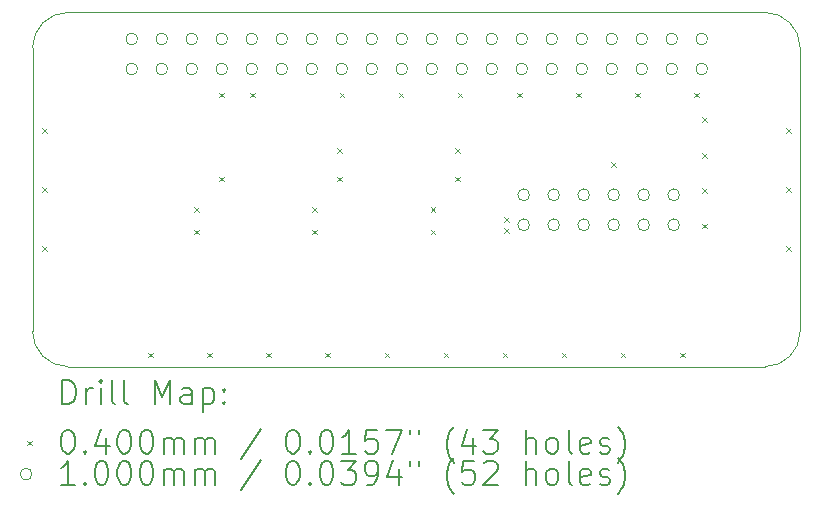
<source format=gbr>
%FSLAX45Y45*%
G04 Gerber Fmt 4.5, Leading zero omitted, Abs format (unit mm)*
G04 Created by KiCad (PCBNEW (6.0.4)) date 2022-03-24 17:42:50*
%MOMM*%
%LPD*%
G01*
G04 APERTURE LIST*
%TA.AperFunction,Profile*%
%ADD10C,0.100000*%
%TD*%
%ADD11C,0.200000*%
%ADD12C,0.040000*%
%ADD13C,0.100000*%
G04 APERTURE END LIST*
D10*
X8300000Y-8000000D02*
X9075000Y-8000000D01*
X14500000Y-5300000D02*
X14500000Y-7700000D01*
X13450000Y-8000000D02*
X14200000Y-8000000D01*
X9475000Y-8000000D02*
X11050000Y-8000000D01*
X8000000Y-7700000D02*
G75*
G03*
X8300000Y-8000000I300000J0D01*
G01*
X8000000Y-5300000D02*
X8000000Y-7700000D01*
X11450000Y-8000000D02*
X13050000Y-8000000D01*
X14500000Y-5300000D02*
G75*
G03*
X14200000Y-5000000I-300000J0D01*
G01*
X8300000Y-5000000D02*
G75*
G03*
X8000000Y-5300000I0J-300000D01*
G01*
X14200000Y-8000000D02*
G75*
G03*
X14500000Y-7700000I0J300000D01*
G01*
X8300000Y-5000000D02*
X14200000Y-5000000D01*
X11050000Y-8000000D02*
X11450000Y-8000000D01*
X13050000Y-8000000D02*
X13450000Y-8000000D01*
X9075000Y-8000000D02*
X9475000Y-8000000D01*
D11*
D12*
X8080000Y-5980000D02*
X8120000Y-6020000D01*
X8120000Y-5980000D02*
X8080000Y-6020000D01*
X8080000Y-6480000D02*
X8120000Y-6520000D01*
X8120000Y-6480000D02*
X8080000Y-6520000D01*
X8080000Y-6980000D02*
X8120000Y-7020000D01*
X8120000Y-6980000D02*
X8080000Y-7020000D01*
X8980000Y-7880000D02*
X9020000Y-7920000D01*
X9020000Y-7880000D02*
X8980000Y-7920000D01*
X9370000Y-6650000D02*
X9410000Y-6690000D01*
X9410000Y-6650000D02*
X9370000Y-6690000D01*
X9370000Y-6840000D02*
X9410000Y-6880000D01*
X9410000Y-6840000D02*
X9370000Y-6880000D01*
X9480000Y-7880000D02*
X9520000Y-7920000D01*
X9520000Y-7880000D02*
X9480000Y-7920000D01*
X9580000Y-5680000D02*
X9620000Y-5720000D01*
X9620000Y-5680000D02*
X9580000Y-5720000D01*
X9580000Y-6390000D02*
X9620000Y-6430000D01*
X9620000Y-6390000D02*
X9580000Y-6430000D01*
X9840000Y-5680000D02*
X9880000Y-5720000D01*
X9880000Y-5680000D02*
X9840000Y-5720000D01*
X9980000Y-7880000D02*
X10020000Y-7920000D01*
X10020000Y-7880000D02*
X9980000Y-7920000D01*
X10370000Y-6650000D02*
X10410000Y-6690000D01*
X10410000Y-6650000D02*
X10370000Y-6690000D01*
X10370000Y-6840000D02*
X10410000Y-6880000D01*
X10410000Y-6840000D02*
X10370000Y-6880000D01*
X10480000Y-7880000D02*
X10520000Y-7920000D01*
X10520000Y-7880000D02*
X10480000Y-7920000D01*
X10580000Y-6150000D02*
X10620000Y-6190000D01*
X10620000Y-6150000D02*
X10580000Y-6190000D01*
X10580000Y-6390000D02*
X10620000Y-6430000D01*
X10620000Y-6390000D02*
X10580000Y-6430000D01*
X10600000Y-5680000D02*
X10640000Y-5720000D01*
X10640000Y-5680000D02*
X10600000Y-5720000D01*
X10980000Y-7880000D02*
X11020000Y-7920000D01*
X11020000Y-7880000D02*
X10980000Y-7920000D01*
X11100000Y-5680000D02*
X11140000Y-5720000D01*
X11140000Y-5680000D02*
X11100000Y-5720000D01*
X11370000Y-6650000D02*
X11410000Y-6690000D01*
X11410000Y-6650000D02*
X11370000Y-6690000D01*
X11370000Y-6840000D02*
X11410000Y-6880000D01*
X11410000Y-6840000D02*
X11370000Y-6880000D01*
X11480000Y-7880000D02*
X11520000Y-7920000D01*
X11520000Y-7880000D02*
X11480000Y-7920000D01*
X11580000Y-6150000D02*
X11620000Y-6190000D01*
X11620000Y-6150000D02*
X11580000Y-6190000D01*
X11580000Y-6390000D02*
X11620000Y-6430000D01*
X11620000Y-6390000D02*
X11580000Y-6430000D01*
X11600000Y-5680000D02*
X11640000Y-5720000D01*
X11640000Y-5680000D02*
X11600000Y-5720000D01*
X11980000Y-7880000D02*
X12020000Y-7920000D01*
X12020000Y-7880000D02*
X11980000Y-7920000D01*
X11990000Y-6735000D02*
X12030000Y-6775000D01*
X12030000Y-6735000D02*
X11990000Y-6775000D01*
X11990000Y-6825000D02*
X12030000Y-6865000D01*
X12030000Y-6825000D02*
X11990000Y-6865000D01*
X12100000Y-5680000D02*
X12140000Y-5720000D01*
X12140000Y-5680000D02*
X12100000Y-5720000D01*
X12480000Y-7880000D02*
X12520000Y-7920000D01*
X12520000Y-7880000D02*
X12480000Y-7920000D01*
X12600000Y-5680000D02*
X12640000Y-5720000D01*
X12640000Y-5680000D02*
X12600000Y-5720000D01*
X12900000Y-6270000D02*
X12940000Y-6310000D01*
X12940000Y-6270000D02*
X12900000Y-6310000D01*
X12980000Y-7880000D02*
X13020000Y-7920000D01*
X13020000Y-7880000D02*
X12980000Y-7920000D01*
X13100000Y-5680000D02*
X13140000Y-5720000D01*
X13140000Y-5680000D02*
X13100000Y-5720000D01*
X13480000Y-7880000D02*
X13520000Y-7920000D01*
X13520000Y-7880000D02*
X13480000Y-7920000D01*
X13600000Y-5680000D02*
X13640000Y-5720000D01*
X13640000Y-5680000D02*
X13600000Y-5720000D01*
X13670000Y-5890000D02*
X13710000Y-5930000D01*
X13710000Y-5890000D02*
X13670000Y-5930000D01*
X13670000Y-6190000D02*
X13710000Y-6230000D01*
X13710000Y-6190000D02*
X13670000Y-6230000D01*
X13670000Y-6490000D02*
X13710000Y-6530000D01*
X13710000Y-6490000D02*
X13670000Y-6530000D01*
X13670000Y-6790000D02*
X13710000Y-6830000D01*
X13710000Y-6790000D02*
X13670000Y-6830000D01*
X14380000Y-5980000D02*
X14420000Y-6020000D01*
X14420000Y-5980000D02*
X14380000Y-6020000D01*
X14380000Y-6480000D02*
X14420000Y-6520000D01*
X14420000Y-6480000D02*
X14380000Y-6520000D01*
X14380000Y-6980000D02*
X14420000Y-7020000D01*
X14420000Y-6980000D02*
X14380000Y-7020000D01*
D13*
X8890000Y-5225000D02*
G75*
G03*
X8890000Y-5225000I-50000J0D01*
G01*
X8890000Y-5479000D02*
G75*
G03*
X8890000Y-5479000I-50000J0D01*
G01*
X9144000Y-5225000D02*
G75*
G03*
X9144000Y-5225000I-50000J0D01*
G01*
X9144000Y-5479000D02*
G75*
G03*
X9144000Y-5479000I-50000J0D01*
G01*
X9398000Y-5225000D02*
G75*
G03*
X9398000Y-5225000I-50000J0D01*
G01*
X9398000Y-5479000D02*
G75*
G03*
X9398000Y-5479000I-50000J0D01*
G01*
X9652000Y-5225000D02*
G75*
G03*
X9652000Y-5225000I-50000J0D01*
G01*
X9652000Y-5479000D02*
G75*
G03*
X9652000Y-5479000I-50000J0D01*
G01*
X9906000Y-5225000D02*
G75*
G03*
X9906000Y-5225000I-50000J0D01*
G01*
X9906000Y-5479000D02*
G75*
G03*
X9906000Y-5479000I-50000J0D01*
G01*
X10160000Y-5225000D02*
G75*
G03*
X10160000Y-5225000I-50000J0D01*
G01*
X10160000Y-5479000D02*
G75*
G03*
X10160000Y-5479000I-50000J0D01*
G01*
X10414000Y-5225000D02*
G75*
G03*
X10414000Y-5225000I-50000J0D01*
G01*
X10414000Y-5479000D02*
G75*
G03*
X10414000Y-5479000I-50000J0D01*
G01*
X10668000Y-5225000D02*
G75*
G03*
X10668000Y-5225000I-50000J0D01*
G01*
X10668000Y-5479000D02*
G75*
G03*
X10668000Y-5479000I-50000J0D01*
G01*
X10922000Y-5225000D02*
G75*
G03*
X10922000Y-5225000I-50000J0D01*
G01*
X10922000Y-5479000D02*
G75*
G03*
X10922000Y-5479000I-50000J0D01*
G01*
X11176000Y-5225000D02*
G75*
G03*
X11176000Y-5225000I-50000J0D01*
G01*
X11176000Y-5479000D02*
G75*
G03*
X11176000Y-5479000I-50000J0D01*
G01*
X11430000Y-5225000D02*
G75*
G03*
X11430000Y-5225000I-50000J0D01*
G01*
X11430000Y-5479000D02*
G75*
G03*
X11430000Y-5479000I-50000J0D01*
G01*
X11684000Y-5225000D02*
G75*
G03*
X11684000Y-5225000I-50000J0D01*
G01*
X11684000Y-5479000D02*
G75*
G03*
X11684000Y-5479000I-50000J0D01*
G01*
X11938000Y-5225000D02*
G75*
G03*
X11938000Y-5225000I-50000J0D01*
G01*
X11938000Y-5479000D02*
G75*
G03*
X11938000Y-5479000I-50000J0D01*
G01*
X12192000Y-5225000D02*
G75*
G03*
X12192000Y-5225000I-50000J0D01*
G01*
X12192000Y-5479000D02*
G75*
G03*
X12192000Y-5479000I-50000J0D01*
G01*
X12208000Y-6545000D02*
G75*
G03*
X12208000Y-6545000I-50000J0D01*
G01*
X12208000Y-6799000D02*
G75*
G03*
X12208000Y-6799000I-50000J0D01*
G01*
X12446000Y-5225000D02*
G75*
G03*
X12446000Y-5225000I-50000J0D01*
G01*
X12446000Y-5479000D02*
G75*
G03*
X12446000Y-5479000I-50000J0D01*
G01*
X12462000Y-6545000D02*
G75*
G03*
X12462000Y-6545000I-50000J0D01*
G01*
X12462000Y-6799000D02*
G75*
G03*
X12462000Y-6799000I-50000J0D01*
G01*
X12700000Y-5225000D02*
G75*
G03*
X12700000Y-5225000I-50000J0D01*
G01*
X12700000Y-5479000D02*
G75*
G03*
X12700000Y-5479000I-50000J0D01*
G01*
X12716000Y-6545000D02*
G75*
G03*
X12716000Y-6545000I-50000J0D01*
G01*
X12716000Y-6799000D02*
G75*
G03*
X12716000Y-6799000I-50000J0D01*
G01*
X12954000Y-5225000D02*
G75*
G03*
X12954000Y-5225000I-50000J0D01*
G01*
X12954000Y-5479000D02*
G75*
G03*
X12954000Y-5479000I-50000J0D01*
G01*
X12970000Y-6545000D02*
G75*
G03*
X12970000Y-6545000I-50000J0D01*
G01*
X12970000Y-6799000D02*
G75*
G03*
X12970000Y-6799000I-50000J0D01*
G01*
X13208000Y-5225000D02*
G75*
G03*
X13208000Y-5225000I-50000J0D01*
G01*
X13208000Y-5479000D02*
G75*
G03*
X13208000Y-5479000I-50000J0D01*
G01*
X13224000Y-6545000D02*
G75*
G03*
X13224000Y-6545000I-50000J0D01*
G01*
X13224000Y-6799000D02*
G75*
G03*
X13224000Y-6799000I-50000J0D01*
G01*
X13462000Y-5225000D02*
G75*
G03*
X13462000Y-5225000I-50000J0D01*
G01*
X13462000Y-5479000D02*
G75*
G03*
X13462000Y-5479000I-50000J0D01*
G01*
X13478000Y-6545000D02*
G75*
G03*
X13478000Y-6545000I-50000J0D01*
G01*
X13478000Y-6799000D02*
G75*
G03*
X13478000Y-6799000I-50000J0D01*
G01*
X13716000Y-5225000D02*
G75*
G03*
X13716000Y-5225000I-50000J0D01*
G01*
X13716000Y-5479000D02*
G75*
G03*
X13716000Y-5479000I-50000J0D01*
G01*
D11*
X8252619Y-8315476D02*
X8252619Y-8115476D01*
X8300238Y-8115476D01*
X8328809Y-8125000D01*
X8347857Y-8144048D01*
X8357381Y-8163095D01*
X8366905Y-8201190D01*
X8366905Y-8229762D01*
X8357381Y-8267857D01*
X8347857Y-8286905D01*
X8328809Y-8305952D01*
X8300238Y-8315476D01*
X8252619Y-8315476D01*
X8452619Y-8315476D02*
X8452619Y-8182143D01*
X8452619Y-8220238D02*
X8462143Y-8201190D01*
X8471667Y-8191667D01*
X8490714Y-8182143D01*
X8509762Y-8182143D01*
X8576429Y-8315476D02*
X8576429Y-8182143D01*
X8576429Y-8115476D02*
X8566905Y-8125000D01*
X8576429Y-8134524D01*
X8585952Y-8125000D01*
X8576429Y-8115476D01*
X8576429Y-8134524D01*
X8700238Y-8315476D02*
X8681190Y-8305952D01*
X8671667Y-8286905D01*
X8671667Y-8115476D01*
X8805000Y-8315476D02*
X8785952Y-8305952D01*
X8776429Y-8286905D01*
X8776429Y-8115476D01*
X9033571Y-8315476D02*
X9033571Y-8115476D01*
X9100238Y-8258333D01*
X9166905Y-8115476D01*
X9166905Y-8315476D01*
X9347857Y-8315476D02*
X9347857Y-8210714D01*
X9338333Y-8191667D01*
X9319286Y-8182143D01*
X9281190Y-8182143D01*
X9262143Y-8191667D01*
X9347857Y-8305952D02*
X9328810Y-8315476D01*
X9281190Y-8315476D01*
X9262143Y-8305952D01*
X9252619Y-8286905D01*
X9252619Y-8267857D01*
X9262143Y-8248809D01*
X9281190Y-8239286D01*
X9328810Y-8239286D01*
X9347857Y-8229762D01*
X9443095Y-8182143D02*
X9443095Y-8382143D01*
X9443095Y-8191667D02*
X9462143Y-8182143D01*
X9500238Y-8182143D01*
X9519286Y-8191667D01*
X9528810Y-8201190D01*
X9538333Y-8220238D01*
X9538333Y-8277381D01*
X9528810Y-8296428D01*
X9519286Y-8305952D01*
X9500238Y-8315476D01*
X9462143Y-8315476D01*
X9443095Y-8305952D01*
X9624048Y-8296428D02*
X9633571Y-8305952D01*
X9624048Y-8315476D01*
X9614524Y-8305952D01*
X9624048Y-8296428D01*
X9624048Y-8315476D01*
X9624048Y-8191667D02*
X9633571Y-8201190D01*
X9624048Y-8210714D01*
X9614524Y-8201190D01*
X9624048Y-8191667D01*
X9624048Y-8210714D01*
D12*
X7955000Y-8625000D02*
X7995000Y-8665000D01*
X7995000Y-8625000D02*
X7955000Y-8665000D01*
D11*
X8290714Y-8535476D02*
X8309762Y-8535476D01*
X8328809Y-8545000D01*
X8338333Y-8554524D01*
X8347857Y-8573571D01*
X8357381Y-8611667D01*
X8357381Y-8659286D01*
X8347857Y-8697381D01*
X8338333Y-8716429D01*
X8328809Y-8725952D01*
X8309762Y-8735476D01*
X8290714Y-8735476D01*
X8271667Y-8725952D01*
X8262143Y-8716429D01*
X8252619Y-8697381D01*
X8243095Y-8659286D01*
X8243095Y-8611667D01*
X8252619Y-8573571D01*
X8262143Y-8554524D01*
X8271667Y-8545000D01*
X8290714Y-8535476D01*
X8443095Y-8716429D02*
X8452619Y-8725952D01*
X8443095Y-8735476D01*
X8433571Y-8725952D01*
X8443095Y-8716429D01*
X8443095Y-8735476D01*
X8624048Y-8602143D02*
X8624048Y-8735476D01*
X8576429Y-8525952D02*
X8528810Y-8668810D01*
X8652619Y-8668810D01*
X8766905Y-8535476D02*
X8785952Y-8535476D01*
X8805000Y-8545000D01*
X8814524Y-8554524D01*
X8824048Y-8573571D01*
X8833571Y-8611667D01*
X8833571Y-8659286D01*
X8824048Y-8697381D01*
X8814524Y-8716429D01*
X8805000Y-8725952D01*
X8785952Y-8735476D01*
X8766905Y-8735476D01*
X8747857Y-8725952D01*
X8738333Y-8716429D01*
X8728810Y-8697381D01*
X8719286Y-8659286D01*
X8719286Y-8611667D01*
X8728810Y-8573571D01*
X8738333Y-8554524D01*
X8747857Y-8545000D01*
X8766905Y-8535476D01*
X8957381Y-8535476D02*
X8976429Y-8535476D01*
X8995476Y-8545000D01*
X9005000Y-8554524D01*
X9014524Y-8573571D01*
X9024048Y-8611667D01*
X9024048Y-8659286D01*
X9014524Y-8697381D01*
X9005000Y-8716429D01*
X8995476Y-8725952D01*
X8976429Y-8735476D01*
X8957381Y-8735476D01*
X8938333Y-8725952D01*
X8928810Y-8716429D01*
X8919286Y-8697381D01*
X8909762Y-8659286D01*
X8909762Y-8611667D01*
X8919286Y-8573571D01*
X8928810Y-8554524D01*
X8938333Y-8545000D01*
X8957381Y-8535476D01*
X9109762Y-8735476D02*
X9109762Y-8602143D01*
X9109762Y-8621190D02*
X9119286Y-8611667D01*
X9138333Y-8602143D01*
X9166905Y-8602143D01*
X9185952Y-8611667D01*
X9195476Y-8630714D01*
X9195476Y-8735476D01*
X9195476Y-8630714D02*
X9205000Y-8611667D01*
X9224048Y-8602143D01*
X9252619Y-8602143D01*
X9271667Y-8611667D01*
X9281190Y-8630714D01*
X9281190Y-8735476D01*
X9376429Y-8735476D02*
X9376429Y-8602143D01*
X9376429Y-8621190D02*
X9385952Y-8611667D01*
X9405000Y-8602143D01*
X9433571Y-8602143D01*
X9452619Y-8611667D01*
X9462143Y-8630714D01*
X9462143Y-8735476D01*
X9462143Y-8630714D02*
X9471667Y-8611667D01*
X9490714Y-8602143D01*
X9519286Y-8602143D01*
X9538333Y-8611667D01*
X9547857Y-8630714D01*
X9547857Y-8735476D01*
X9938333Y-8525952D02*
X9766905Y-8783095D01*
X10195476Y-8535476D02*
X10214524Y-8535476D01*
X10233571Y-8545000D01*
X10243095Y-8554524D01*
X10252619Y-8573571D01*
X10262143Y-8611667D01*
X10262143Y-8659286D01*
X10252619Y-8697381D01*
X10243095Y-8716429D01*
X10233571Y-8725952D01*
X10214524Y-8735476D01*
X10195476Y-8735476D01*
X10176429Y-8725952D01*
X10166905Y-8716429D01*
X10157381Y-8697381D01*
X10147857Y-8659286D01*
X10147857Y-8611667D01*
X10157381Y-8573571D01*
X10166905Y-8554524D01*
X10176429Y-8545000D01*
X10195476Y-8535476D01*
X10347857Y-8716429D02*
X10357381Y-8725952D01*
X10347857Y-8735476D01*
X10338333Y-8725952D01*
X10347857Y-8716429D01*
X10347857Y-8735476D01*
X10481190Y-8535476D02*
X10500238Y-8535476D01*
X10519286Y-8545000D01*
X10528810Y-8554524D01*
X10538333Y-8573571D01*
X10547857Y-8611667D01*
X10547857Y-8659286D01*
X10538333Y-8697381D01*
X10528810Y-8716429D01*
X10519286Y-8725952D01*
X10500238Y-8735476D01*
X10481190Y-8735476D01*
X10462143Y-8725952D01*
X10452619Y-8716429D01*
X10443095Y-8697381D01*
X10433571Y-8659286D01*
X10433571Y-8611667D01*
X10443095Y-8573571D01*
X10452619Y-8554524D01*
X10462143Y-8545000D01*
X10481190Y-8535476D01*
X10738333Y-8735476D02*
X10624048Y-8735476D01*
X10681190Y-8735476D02*
X10681190Y-8535476D01*
X10662143Y-8564048D01*
X10643095Y-8583095D01*
X10624048Y-8592619D01*
X10919286Y-8535476D02*
X10824048Y-8535476D01*
X10814524Y-8630714D01*
X10824048Y-8621190D01*
X10843095Y-8611667D01*
X10890714Y-8611667D01*
X10909762Y-8621190D01*
X10919286Y-8630714D01*
X10928810Y-8649762D01*
X10928810Y-8697381D01*
X10919286Y-8716429D01*
X10909762Y-8725952D01*
X10890714Y-8735476D01*
X10843095Y-8735476D01*
X10824048Y-8725952D01*
X10814524Y-8716429D01*
X10995476Y-8535476D02*
X11128810Y-8535476D01*
X11043095Y-8735476D01*
X11195476Y-8535476D02*
X11195476Y-8573571D01*
X11271667Y-8535476D02*
X11271667Y-8573571D01*
X11566905Y-8811667D02*
X11557381Y-8802143D01*
X11538333Y-8773571D01*
X11528809Y-8754524D01*
X11519286Y-8725952D01*
X11509762Y-8678333D01*
X11509762Y-8640238D01*
X11519286Y-8592619D01*
X11528809Y-8564048D01*
X11538333Y-8545000D01*
X11557381Y-8516429D01*
X11566905Y-8506905D01*
X11728809Y-8602143D02*
X11728809Y-8735476D01*
X11681190Y-8525952D02*
X11633571Y-8668810D01*
X11757381Y-8668810D01*
X11814524Y-8535476D02*
X11938333Y-8535476D01*
X11871667Y-8611667D01*
X11900238Y-8611667D01*
X11919286Y-8621190D01*
X11928809Y-8630714D01*
X11938333Y-8649762D01*
X11938333Y-8697381D01*
X11928809Y-8716429D01*
X11919286Y-8725952D01*
X11900238Y-8735476D01*
X11843095Y-8735476D01*
X11824048Y-8725952D01*
X11814524Y-8716429D01*
X12176428Y-8735476D02*
X12176428Y-8535476D01*
X12262143Y-8735476D02*
X12262143Y-8630714D01*
X12252619Y-8611667D01*
X12233571Y-8602143D01*
X12205000Y-8602143D01*
X12185952Y-8611667D01*
X12176428Y-8621190D01*
X12385952Y-8735476D02*
X12366905Y-8725952D01*
X12357381Y-8716429D01*
X12347857Y-8697381D01*
X12347857Y-8640238D01*
X12357381Y-8621190D01*
X12366905Y-8611667D01*
X12385952Y-8602143D01*
X12414524Y-8602143D01*
X12433571Y-8611667D01*
X12443095Y-8621190D01*
X12452619Y-8640238D01*
X12452619Y-8697381D01*
X12443095Y-8716429D01*
X12433571Y-8725952D01*
X12414524Y-8735476D01*
X12385952Y-8735476D01*
X12566905Y-8735476D02*
X12547857Y-8725952D01*
X12538333Y-8706905D01*
X12538333Y-8535476D01*
X12719286Y-8725952D02*
X12700238Y-8735476D01*
X12662143Y-8735476D01*
X12643095Y-8725952D01*
X12633571Y-8706905D01*
X12633571Y-8630714D01*
X12643095Y-8611667D01*
X12662143Y-8602143D01*
X12700238Y-8602143D01*
X12719286Y-8611667D01*
X12728809Y-8630714D01*
X12728809Y-8649762D01*
X12633571Y-8668810D01*
X12805000Y-8725952D02*
X12824048Y-8735476D01*
X12862143Y-8735476D01*
X12881190Y-8725952D01*
X12890714Y-8706905D01*
X12890714Y-8697381D01*
X12881190Y-8678333D01*
X12862143Y-8668810D01*
X12833571Y-8668810D01*
X12814524Y-8659286D01*
X12805000Y-8640238D01*
X12805000Y-8630714D01*
X12814524Y-8611667D01*
X12833571Y-8602143D01*
X12862143Y-8602143D01*
X12881190Y-8611667D01*
X12957381Y-8811667D02*
X12966905Y-8802143D01*
X12985952Y-8773571D01*
X12995476Y-8754524D01*
X13005000Y-8725952D01*
X13014524Y-8678333D01*
X13014524Y-8640238D01*
X13005000Y-8592619D01*
X12995476Y-8564048D01*
X12985952Y-8545000D01*
X12966905Y-8516429D01*
X12957381Y-8506905D01*
D13*
X7995000Y-8909000D02*
G75*
G03*
X7995000Y-8909000I-50000J0D01*
G01*
D11*
X8357381Y-8999476D02*
X8243095Y-8999476D01*
X8300238Y-8999476D02*
X8300238Y-8799476D01*
X8281190Y-8828048D01*
X8262143Y-8847095D01*
X8243095Y-8856619D01*
X8443095Y-8980429D02*
X8452619Y-8989952D01*
X8443095Y-8999476D01*
X8433571Y-8989952D01*
X8443095Y-8980429D01*
X8443095Y-8999476D01*
X8576429Y-8799476D02*
X8595476Y-8799476D01*
X8614524Y-8809000D01*
X8624048Y-8818524D01*
X8633571Y-8837571D01*
X8643095Y-8875667D01*
X8643095Y-8923286D01*
X8633571Y-8961381D01*
X8624048Y-8980429D01*
X8614524Y-8989952D01*
X8595476Y-8999476D01*
X8576429Y-8999476D01*
X8557381Y-8989952D01*
X8547857Y-8980429D01*
X8538333Y-8961381D01*
X8528810Y-8923286D01*
X8528810Y-8875667D01*
X8538333Y-8837571D01*
X8547857Y-8818524D01*
X8557381Y-8809000D01*
X8576429Y-8799476D01*
X8766905Y-8799476D02*
X8785952Y-8799476D01*
X8805000Y-8809000D01*
X8814524Y-8818524D01*
X8824048Y-8837571D01*
X8833571Y-8875667D01*
X8833571Y-8923286D01*
X8824048Y-8961381D01*
X8814524Y-8980429D01*
X8805000Y-8989952D01*
X8785952Y-8999476D01*
X8766905Y-8999476D01*
X8747857Y-8989952D01*
X8738333Y-8980429D01*
X8728810Y-8961381D01*
X8719286Y-8923286D01*
X8719286Y-8875667D01*
X8728810Y-8837571D01*
X8738333Y-8818524D01*
X8747857Y-8809000D01*
X8766905Y-8799476D01*
X8957381Y-8799476D02*
X8976429Y-8799476D01*
X8995476Y-8809000D01*
X9005000Y-8818524D01*
X9014524Y-8837571D01*
X9024048Y-8875667D01*
X9024048Y-8923286D01*
X9014524Y-8961381D01*
X9005000Y-8980429D01*
X8995476Y-8989952D01*
X8976429Y-8999476D01*
X8957381Y-8999476D01*
X8938333Y-8989952D01*
X8928810Y-8980429D01*
X8919286Y-8961381D01*
X8909762Y-8923286D01*
X8909762Y-8875667D01*
X8919286Y-8837571D01*
X8928810Y-8818524D01*
X8938333Y-8809000D01*
X8957381Y-8799476D01*
X9109762Y-8999476D02*
X9109762Y-8866143D01*
X9109762Y-8885190D02*
X9119286Y-8875667D01*
X9138333Y-8866143D01*
X9166905Y-8866143D01*
X9185952Y-8875667D01*
X9195476Y-8894714D01*
X9195476Y-8999476D01*
X9195476Y-8894714D02*
X9205000Y-8875667D01*
X9224048Y-8866143D01*
X9252619Y-8866143D01*
X9271667Y-8875667D01*
X9281190Y-8894714D01*
X9281190Y-8999476D01*
X9376429Y-8999476D02*
X9376429Y-8866143D01*
X9376429Y-8885190D02*
X9385952Y-8875667D01*
X9405000Y-8866143D01*
X9433571Y-8866143D01*
X9452619Y-8875667D01*
X9462143Y-8894714D01*
X9462143Y-8999476D01*
X9462143Y-8894714D02*
X9471667Y-8875667D01*
X9490714Y-8866143D01*
X9519286Y-8866143D01*
X9538333Y-8875667D01*
X9547857Y-8894714D01*
X9547857Y-8999476D01*
X9938333Y-8789952D02*
X9766905Y-9047095D01*
X10195476Y-8799476D02*
X10214524Y-8799476D01*
X10233571Y-8809000D01*
X10243095Y-8818524D01*
X10252619Y-8837571D01*
X10262143Y-8875667D01*
X10262143Y-8923286D01*
X10252619Y-8961381D01*
X10243095Y-8980429D01*
X10233571Y-8989952D01*
X10214524Y-8999476D01*
X10195476Y-8999476D01*
X10176429Y-8989952D01*
X10166905Y-8980429D01*
X10157381Y-8961381D01*
X10147857Y-8923286D01*
X10147857Y-8875667D01*
X10157381Y-8837571D01*
X10166905Y-8818524D01*
X10176429Y-8809000D01*
X10195476Y-8799476D01*
X10347857Y-8980429D02*
X10357381Y-8989952D01*
X10347857Y-8999476D01*
X10338333Y-8989952D01*
X10347857Y-8980429D01*
X10347857Y-8999476D01*
X10481190Y-8799476D02*
X10500238Y-8799476D01*
X10519286Y-8809000D01*
X10528810Y-8818524D01*
X10538333Y-8837571D01*
X10547857Y-8875667D01*
X10547857Y-8923286D01*
X10538333Y-8961381D01*
X10528810Y-8980429D01*
X10519286Y-8989952D01*
X10500238Y-8999476D01*
X10481190Y-8999476D01*
X10462143Y-8989952D01*
X10452619Y-8980429D01*
X10443095Y-8961381D01*
X10433571Y-8923286D01*
X10433571Y-8875667D01*
X10443095Y-8837571D01*
X10452619Y-8818524D01*
X10462143Y-8809000D01*
X10481190Y-8799476D01*
X10614524Y-8799476D02*
X10738333Y-8799476D01*
X10671667Y-8875667D01*
X10700238Y-8875667D01*
X10719286Y-8885190D01*
X10728810Y-8894714D01*
X10738333Y-8913762D01*
X10738333Y-8961381D01*
X10728810Y-8980429D01*
X10719286Y-8989952D01*
X10700238Y-8999476D01*
X10643095Y-8999476D01*
X10624048Y-8989952D01*
X10614524Y-8980429D01*
X10833571Y-8999476D02*
X10871667Y-8999476D01*
X10890714Y-8989952D01*
X10900238Y-8980429D01*
X10919286Y-8951857D01*
X10928810Y-8913762D01*
X10928810Y-8837571D01*
X10919286Y-8818524D01*
X10909762Y-8809000D01*
X10890714Y-8799476D01*
X10852619Y-8799476D01*
X10833571Y-8809000D01*
X10824048Y-8818524D01*
X10814524Y-8837571D01*
X10814524Y-8885190D01*
X10824048Y-8904238D01*
X10833571Y-8913762D01*
X10852619Y-8923286D01*
X10890714Y-8923286D01*
X10909762Y-8913762D01*
X10919286Y-8904238D01*
X10928810Y-8885190D01*
X11100238Y-8866143D02*
X11100238Y-8999476D01*
X11052619Y-8789952D02*
X11005000Y-8932810D01*
X11128810Y-8932810D01*
X11195476Y-8799476D02*
X11195476Y-8837571D01*
X11271667Y-8799476D02*
X11271667Y-8837571D01*
X11566905Y-9075667D02*
X11557381Y-9066143D01*
X11538333Y-9037571D01*
X11528809Y-9018524D01*
X11519286Y-8989952D01*
X11509762Y-8942333D01*
X11509762Y-8904238D01*
X11519286Y-8856619D01*
X11528809Y-8828048D01*
X11538333Y-8809000D01*
X11557381Y-8780429D01*
X11566905Y-8770905D01*
X11738333Y-8799476D02*
X11643095Y-8799476D01*
X11633571Y-8894714D01*
X11643095Y-8885190D01*
X11662143Y-8875667D01*
X11709762Y-8875667D01*
X11728809Y-8885190D01*
X11738333Y-8894714D01*
X11747857Y-8913762D01*
X11747857Y-8961381D01*
X11738333Y-8980429D01*
X11728809Y-8989952D01*
X11709762Y-8999476D01*
X11662143Y-8999476D01*
X11643095Y-8989952D01*
X11633571Y-8980429D01*
X11824048Y-8818524D02*
X11833571Y-8809000D01*
X11852619Y-8799476D01*
X11900238Y-8799476D01*
X11919286Y-8809000D01*
X11928809Y-8818524D01*
X11938333Y-8837571D01*
X11938333Y-8856619D01*
X11928809Y-8885190D01*
X11814524Y-8999476D01*
X11938333Y-8999476D01*
X12176428Y-8999476D02*
X12176428Y-8799476D01*
X12262143Y-8999476D02*
X12262143Y-8894714D01*
X12252619Y-8875667D01*
X12233571Y-8866143D01*
X12205000Y-8866143D01*
X12185952Y-8875667D01*
X12176428Y-8885190D01*
X12385952Y-8999476D02*
X12366905Y-8989952D01*
X12357381Y-8980429D01*
X12347857Y-8961381D01*
X12347857Y-8904238D01*
X12357381Y-8885190D01*
X12366905Y-8875667D01*
X12385952Y-8866143D01*
X12414524Y-8866143D01*
X12433571Y-8875667D01*
X12443095Y-8885190D01*
X12452619Y-8904238D01*
X12452619Y-8961381D01*
X12443095Y-8980429D01*
X12433571Y-8989952D01*
X12414524Y-8999476D01*
X12385952Y-8999476D01*
X12566905Y-8999476D02*
X12547857Y-8989952D01*
X12538333Y-8970905D01*
X12538333Y-8799476D01*
X12719286Y-8989952D02*
X12700238Y-8999476D01*
X12662143Y-8999476D01*
X12643095Y-8989952D01*
X12633571Y-8970905D01*
X12633571Y-8894714D01*
X12643095Y-8875667D01*
X12662143Y-8866143D01*
X12700238Y-8866143D01*
X12719286Y-8875667D01*
X12728809Y-8894714D01*
X12728809Y-8913762D01*
X12633571Y-8932810D01*
X12805000Y-8989952D02*
X12824048Y-8999476D01*
X12862143Y-8999476D01*
X12881190Y-8989952D01*
X12890714Y-8970905D01*
X12890714Y-8961381D01*
X12881190Y-8942333D01*
X12862143Y-8932810D01*
X12833571Y-8932810D01*
X12814524Y-8923286D01*
X12805000Y-8904238D01*
X12805000Y-8894714D01*
X12814524Y-8875667D01*
X12833571Y-8866143D01*
X12862143Y-8866143D01*
X12881190Y-8875667D01*
X12957381Y-9075667D02*
X12966905Y-9066143D01*
X12985952Y-9037571D01*
X12995476Y-9018524D01*
X13005000Y-8989952D01*
X13014524Y-8942333D01*
X13014524Y-8904238D01*
X13005000Y-8856619D01*
X12995476Y-8828048D01*
X12985952Y-8809000D01*
X12966905Y-8780429D01*
X12957381Y-8770905D01*
M02*

</source>
